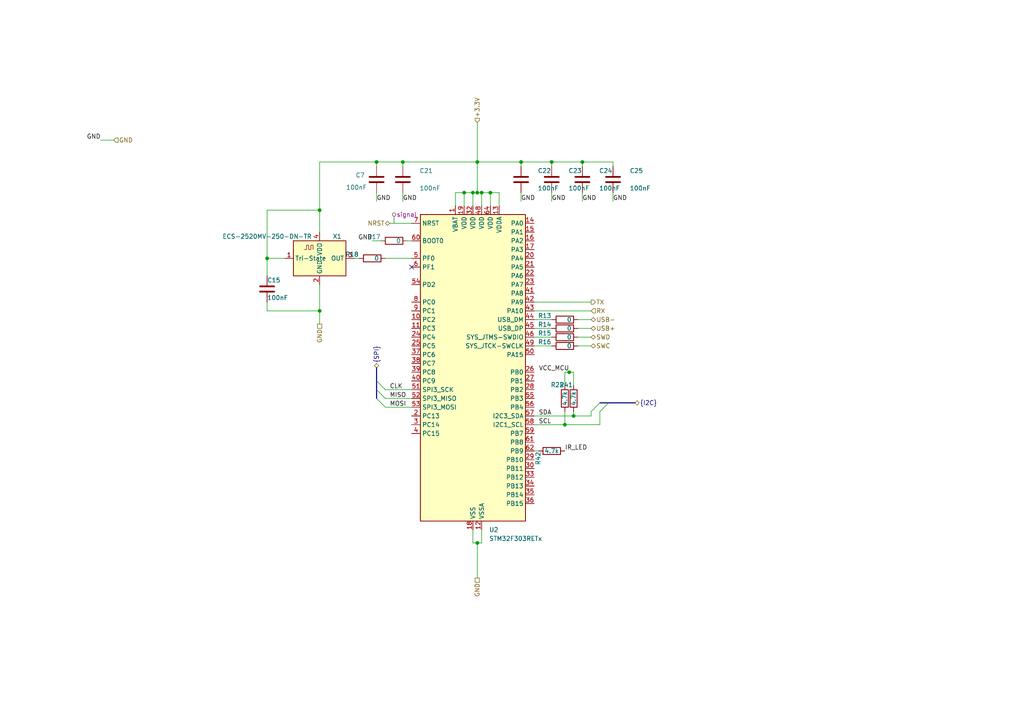
<source format=kicad_sch>
(kicad_sch (version 20250114) (generator "eeschema") (generator_version "9.0")
  (paper "A4")
  (lib_symbols
    (symbol "Device:C" (pin_numbers (hide yes)) (pin_names (offset 0.254))
      (property "Reference" "C" (at 0.635 2.54 0))
      (property "Value" "C" (at 0.635 -2.54 0))
      (symbol "C_0_1"
        (polyline (pts (xy -2.032 0.762) (xy 2.032 0.762)) (stroke (width 0.508)))
        (polyline (pts (xy -2.032 -0.762) (xy 2.032 -0.762)) (stroke (width 0.508)))
      )
      (symbol "C_1_1"
        (pin passive line (at 0 3.81 270) (length 2.794) (name "~") (number "1"))
        (pin passive line (at 0 -3.81 90) (length 2.794) (name "~") (number "2"))
      )
    )
    (symbol "Device:R" (pin_numbers (hide yes)) (pin_names (offset 0))
      (property "Reference" "R" (at 2.032 0 90))
      (property "Value" "R" (at 0 0 90))
      (symbol "R_0_1"
        (rectangle (start -1.016 -2.54) (end 1.016 2.54) (stroke (width 0.254)))
      )
      (symbol "R_1_1"
        (pin passive line (at 0 3.81 270) (length 1.27) (name "~") (number "1"))
        (pin passive line (at 0 -3.81 90) (length 1.27) (name "~") (number "2"))
      )
    )
    (symbol "MCU_ST_STM32F3:STM32F303RETx"
      (property "Reference" "U" (at -15.24 46.99 0))
      (property "Value" "STM32F303RETx" (at 10.16 46.99 0))
      (symbol "STM32F303RETx_0_1"
        (rectangle (start -15.24 -43.18) (end 15.24 45.72) (stroke (width 0.254)) (fill (type background)))
      )
      (symbol "STM32F303RETx_1_1"
        (pin input line (at -17.78 43.18 0) (length 2.54) (name "NRST") (number "7"))
        (pin input line (at -17.78 38.1 0) (length 2.54) (name "BOOT0") (number "60"))
        (pin bidirectional line (at -17.78 33.02 0) (length 2.54) (name "PF0") (number "5"))
        (pin bidirectional line (at -17.78 30.48 0) (length 2.54) (name "PF1") (number "6"))
        (pin bidirectional line (at -17.78 25.4 0) (length 2.54) (name "PD2") (number "54"))
        (pin bidirectional line (at -17.78 20.32 0) (length 2.54) (name "PC0") (number "8"))
        (pin bidirectional line (at -17.78 17.78 0) (length 2.54) (name "PC1") (number "9"))
        (pin bidirectional line (at -17.78 15.24 0) (length 2.54) (name "PC2") (number "10"))
        (pin bidirectional line (at -17.78 12.7 0) (length 2.54) (name "PC3") (number "11"))
        (pin bidirectional line (at -17.78 10.16 0) (length 2.54) (name "PC4") (number "24"))
        (pin bidirectional line (at -17.78 7.62 0) (length 2.54) (name "PC5") (number "25"))
        (pin bidirectional line (at -17.78 5.08 0) (length 2.54) (name "PC6") (number "37"))
        (pin bidirectional line (at -17.78 2.54 0) (length 2.54) (name "PC7") (number "38"))
        (pin bidirectional line (at -17.78 0 0) (length 2.54) (name "PC8") (number "39"))
        (pin bidirectional line (at -17.78 -2.54 0) (length 2.54) (name "PC9") (number "40") (alternate "I2C3_SDA" bidirectional line))
        (pin bidirectional line (at -17.78 -5.08 0) (length 2.54) (name "PC10") (number "51") (alternate "SPI3_SCK" bidirectional line))
        (pin bidirectional line (at -17.78 -7.62 0) (length 2.54) (name "PC11") (number "52") (alternate "SPI3_MISO" bidirectional line))
        (pin bidirectional line (at -17.78 -10.16 0) (length 2.54) (name "PC12") (number "53") (alternate "SPI3_MOSI" bidirectional line))
        (pin bidirectional line (at -17.78 -12.7 0) (length 2.54) (name "PC13") (number "2"))
        (pin bidirectional line (at -17.78 -15.24 0) (length 2.54) (name "PC14") (number "3"))
        (pin bidirectional line (at -17.78 -17.78 0) (length 2.54) (name "PC15") (number "4"))
        (pin power_in line (at -5.08 48.26 270) (length 2.54) (name "VBAT") (number "1"))
        (pin power_in line (at -2.54 48.26 270) (length 2.54) (name "VDD") (number "19"))
        (pin power_in line (at 0 48.26 270) (length 2.54) (name "VDD") (number "32"))
        (pin power_in line (at 0 -45.72 90) (length 2.54) (name "VSS") (number "18"))
        (pin passive line (at 0 -45.72 90) (length 2.54) (hide yes) (name "VSS") (number "31"))
        (pin passive line (at 0 -45.72 90) (length 2.54) (hide yes) (name "VSS") (number "47"))
        (pin passive line (at 0 -45.72 90) (length 2.54) (hide yes) (name "VSS") (number "63"))
        (pin power_in line (at 2.54 48.26 270) (length 2.54) (name "VDD") (number "48"))
        (pin power_in line (at 2.54 -45.72 90) (length 2.54) (name "VSSA") (number "12"))
        (pin power_in line (at 5.08 48.26 270) (length 2.54) (name "VDD") (number "64"))
        (pin power_in line (at 7.62 48.26 270) (length 2.54) (name "VDDA") (number "13"))
        (pin bidirectional line (at 17.78 43.18 180) (length 2.54) (name "PA0") (number "14"))
        (pin bidirectional line (at 17.78 40.64 180) (length 2.54) (name "PA1") (number "15"))
        (pin bidirectional line (at 17.78 38.1 180) (length 2.54) (name "PA2") (number "16"))
        (pin bidirectional line (at 17.78 35.56 180) (length 2.54) (name "PA3") (number "17"))
        (pin bidirectional line (at 17.78 33.02 180) (length 2.54) (name "PA4") (number "20"))
        (pin bidirectional line (at 17.78 30.48 180) (length 2.54) (name "PA5") (number "21"))
        (pin bidirectional line (at 17.78 27.94 180) (length 2.54) (name "PA6") (number "22"))
        (pin bidirectional line (at 17.78 25.4 180) (length 2.54) (name "PA7") (number "23"))
        (pin bidirectional line (at 17.78 22.86 180) (length 2.54) (name "PA8") (number "41"))
        (pin bidirectional line (at 17.78 20.32 180) (length 2.54) (name "PA9") (number "42"))
        (pin bidirectional line (at 17.78 17.78 180) (length 2.54) (name "PA10") (number "43"))
        (pin bidirectional line (at 17.78 15.24 180) (length 2.54) (name "PA11") (number "44") (alternate "USB_DM" bidirectional line))
        (pin bidirectional line (at 17.78 12.7 180) (length 2.54) (name "PA12") (number "45") (alternate "USB_DP" bidirectional line))
        (pin bidirectional line (at 17.78 10.16 180) (length 2.54) (name "PA13") (number "46") (alternate "SYS_JTMS-SWDIO" bidirectional line))
        (pin bidirectional line (at 17.78 7.62 180) (length 2.54) (name "PA14") (number "49") (alternate "SYS_JTCK-SWCLK" bidirectional line))
        (pin bidirectional line (at 17.78 5.08 180) (length 2.54) (name "PA15") (number "50") (alternate "I2C1_SCL" bidirectional line))
        (pin bidirectional line (at 17.78 0 180) (length 2.54) (name "PB0") (number "26"))
        (pin bidirectional line (at 17.78 -2.54 180) (length 2.54) (name "PB1") (number "27"))
        (pin bidirectional line (at 17.78 -5.08 180) (length 2.54) (name "PB2") (number "28"))
        (pin bidirectional line (at 17.78 -7.62 180) (length 2.54) (name "PB3") (number "55") (alternate "SPI3_SCK" bidirectional line))
        (pin bidirectional line (at 17.78 -10.16 180) (length 2.54) (name "PB4") (number "56") (alternate "SPI3_MISO" bidirectional line))
        (pin bidirectional line (at 17.78 -12.7 180) (length 2.54) (name "PB5") (number "57") (alternate "I2C3_SDA" bidirectional line) (alternate "SPI3_MOSI" bidirectional line))
        (pin bidirectional line (at 17.78 -15.24 180) (length 2.54) (name "PB6") (number "58") (alternate "I2C1_SCL" bidirectional line))
        (pin bidirectional line (at 17.78 -17.78 180) (length 2.54) (name "PB7") (number "59"))
        (pin bidirectional line (at 17.78 -20.32 180) (length 2.54) (name "PB8") (number "61") (alternate "I2C1_SCL" bidirectional line))
        (pin bidirectional line (at 17.78 -22.86 180) (length 2.54) (name "PB9") (number "62"))
        (pin bidirectional line (at 17.78 -25.4 180) (length 2.54) (name "PB10") (number "29"))
        (pin bidirectional line (at 17.78 -27.94 180) (length 2.54) (name "PB11") (number "30"))
        (pin bidirectional line (at 17.78 -30.48 180) (length 2.54) (name "PB12") (number "33"))
        (pin bidirectional line (at 17.78 -33.02 180) (length 2.54) (name "PB13") (number "34"))
        (pin bidirectional line (at 17.78 -35.56 180) (length 2.54) (name "PB14") (number "35"))
        (pin bidirectional line (at 17.78 -38.1 180) (length 2.54) (name "PB15") (number "36"))
      )
    )
    (symbol "Oscillator:ECS-2520MV-xxx-xx"
      (property "Reference" "X" (at -5.08 6.35 0))
      (property "Value" "ECS-2520MV-xxx-xx" (at 1.27 -6.35 0))
      (symbol "ECS-2520MV-xxx-xx_0_1"
        (rectangle (start -7.62 5.08) (end 7.62 -5.08) (stroke (width 0.254)) (fill (type background)))
        (polyline (pts (xy -4.445 2.54) (xy -3.81 2.54) (xy -3.81 3.81) (xy -3.175 3.81) (xy -3.175 2.54) (xy -2.54 2.54) (xy -2.54 3.81) (xy -1.905 3.81) (xy -1.905 2.54)))
      )
      (symbol "ECS-2520MV-xxx-xx_1_1"
        (pin input line (at -10.16 0 0) (length 2.54) (name "Tri-State") (number "1"))
        (pin power_in line (at 0 7.62 270) (length 2.54) (name "VDD") (number "4"))
        (pin power_in line (at 0 -7.62 90) (length 2.54) (name "GND") (number "2"))
        (pin output line (at 10.16 0 180) (length 2.54) (name "OUT") (number "3"))
      )
    )
  )
  (junction (at 138.43 157.48))
  (junction (at 151.13 46.99))
  (junction (at 138.43 55.88))
  (junction (at 134.62 55.88))
  (junction (at 168.91 46.99))
  (junction (at 160.02 46.99))
  (junction (at 142.24 55.88))
  (junction (at 92.71 90.17))
  (junction (at 163.83 123.19))
  (junction (at 137.16 55.88))
  (junction (at 109.22 46.99))
  (junction (at 116.84 46.99))
  (junction (at 166.37 120.65))
  (junction (at 165.1 107.95))
  (junction (at 139.7 55.88))
  (junction (at 92.71 60.96))
  (junction (at 77.47 74.93))
  (junction (at 138.43 46.99))
  (no_connect (at 119.38 77.47))
  (bus_entry (at 173.99 119.38) (size 2.54 -2.54))
  (bus_entry (at 109.22 110.49) (size 2.54 2.54))
  (bus_entry (at 109.22 115.57) (size 2.54 2.54))
  (bus_entry (at 171.45 119.38) (size 2.54 -2.54))
  (bus_entry (at 109.22 113.03) (size 2.54 2.54))
  (wire (pts (xy 111.76 118.11) (xy 119.38 118.11)))
  (wire (pts (xy 138.43 55.88) (xy 139.7 55.88)))
  (wire (pts (xy 154.94 123.19) (xy 163.83 123.19)))
  (bus (pts (xy 109.22 110.49) (xy 109.22 113.03)))
  (wire (pts (xy 138.43 46.99) (xy 138.43 55.88)))
  (wire (pts (xy 139.7 55.88) (xy 139.7 59.69)))
  (wire (pts (xy 137.16 59.69) (xy 137.16 55.88)))
  (wire (pts (xy 82.55 74.93) (xy 77.47 74.93)))
  (wire (pts (xy 151.13 48.26) (xy 151.13 46.99)))
  (wire (pts (xy 116.84 46.99) (xy 138.43 46.99)))
  (wire (pts (xy 116.84 46.99) (xy 109.22 46.99)))
  (wire (pts (xy 134.62 59.69) (xy 134.62 55.88)))
  (wire (pts (xy 77.47 90.17) (xy 92.71 90.17)))
  (wire (pts (xy 168.91 55.88) (xy 168.91 58.42)))
  (wire (pts (xy 177.8 48.26) (xy 177.8 46.99)))
  (wire (pts (xy 177.8 55.88) (xy 177.8 58.42)))
  (wire (pts (xy 163.83 119.38) (xy 163.83 123.19)))
  (wire (pts (xy 171.45 120.65) (xy 166.37 120.65)))
  (wire (pts (xy 92.71 60.96) (xy 92.71 67.31)))
  (wire (pts (xy 160.02 48.26) (xy 160.02 46.99)))
  (wire (pts (xy 137.16 55.88) (xy 138.43 55.88)))
  (wire (pts (xy 142.24 55.88) (xy 142.24 59.69)))
  (wire (pts (xy 29.21 40.64) (xy 33.02 40.64)))
  (wire (pts (xy 111.76 115.57) (xy 119.38 115.57)))
  (wire (pts (xy 166.37 107.95) (xy 166.37 111.76)))
  (wire (pts (xy 167.64 97.79) (xy 171.45 97.79)))
  (wire (pts (xy 132.08 55.88) (xy 134.62 55.88)))
  (wire (pts (xy 134.62 55.88) (xy 137.16 55.88)))
  (wire (pts (xy 111.76 113.03) (xy 119.38 113.03)))
  (bus (pts (xy 173.99 116.84) (xy 176.53 116.84)))
  (wire (pts (xy 111.76 74.93) (xy 119.38 74.93)))
  (wire (pts (xy 137.16 157.48) (xy 138.43 157.48)))
  (wire (pts (xy 165.1 107.823) (xy 165.1 107.95)))
  (wire (pts (xy 160.02 46.99) (xy 168.91 46.99)))
  (wire (pts (xy 154.94 90.17) (xy 171.45 90.17)))
  (wire (pts (xy 168.91 46.99) (xy 177.8 46.99)))
  (wire (pts (xy 163.83 111.76) (xy 163.83 107.95)))
  (wire (pts (xy 144.78 55.88) (xy 144.78 59.69)))
  (wire (pts (xy 171.45 119.38) (xy 171.45 120.65)))
  (wire (pts (xy 113.03 64.77) (xy 119.38 64.77)))
  (wire (pts (xy 109.22 55.88) (xy 109.22 58.42)))
  (wire (pts (xy 92.71 60.96) (xy 77.47 60.96)))
  (wire (pts (xy 77.47 74.93) (xy 77.47 80.01)))
  (wire (pts (xy 132.08 59.69) (xy 132.08 55.88)))
  (wire (pts (xy 166.37 119.38) (xy 166.37 120.65)))
  (wire (pts (xy 160.02 92.71) (xy 154.94 92.71)))
  (wire (pts (xy 142.24 55.88) (xy 144.78 55.88)))
  (bus (pts (xy 109.22 113.03) (xy 109.22 115.57)))
  (wire (pts (xy 154.94 87.63) (xy 171.45 87.63)))
  (wire (pts (xy 77.47 87.63) (xy 77.47 90.17)))
  (wire (pts (xy 151.13 46.99) (xy 160.02 46.99)))
  (wire (pts (xy 154.94 97.79) (xy 160.02 97.79)))
  (wire (pts (xy 138.43 46.99) (xy 151.13 46.99)))
  (wire (pts (xy 160.02 95.25) (xy 154.94 95.25)))
  (wire (pts (xy 116.84 48.26) (xy 116.84 46.99)))
  (wire (pts (xy 163.83 107.95) (xy 165.1 107.95)))
  (wire (pts (xy 138.43 157.48) (xy 138.43 167.64)))
  (wire (pts (xy 138.43 35.56) (xy 138.43 46.99)))
  (wire (pts (xy 77.47 60.96) (xy 77.47 74.93)))
  (wire (pts (xy 173.99 123.19) (xy 163.83 123.19)))
  (wire (pts (xy 107.95 69.85) (xy 110.49 69.85)))
  (wire (pts (xy 154.94 120.65) (xy 166.37 120.65)))
  (wire (pts (xy 92.71 90.17) (xy 92.71 93.98)))
  (wire (pts (xy 173.99 119.38) (xy 173.99 123.19)))
  (wire (pts (xy 92.71 46.99) (xy 92.71 60.96)))
  (bus (pts (xy 109.22 106.68) (xy 109.22 110.49)))
  (bus (pts (xy 176.53 116.84) (xy 184.15 116.84)))
  (wire (pts (xy 138.43 157.48) (xy 139.7 157.48)))
  (wire (pts (xy 151.13 55.88) (xy 151.13 58.42)))
  (wire (pts (xy 109.22 46.99) (xy 109.22 48.26)))
  (wire (pts (xy 160.02 55.88) (xy 160.02 58.42)))
  (wire (pts (xy 102.87 74.93) (xy 104.14 74.93)))
  (wire (pts (xy 167.64 92.71) (xy 171.45 92.71)))
  (wire (pts (xy 118.11 69.85) (xy 119.38 69.85)))
  (wire (pts (xy 116.84 55.88) (xy 116.84 58.42)))
  (wire (pts (xy 109.22 46.99) (xy 92.71 46.99)))
  (wire (pts (xy 92.71 82.55) (xy 92.71 90.17)))
  (wire (pts (xy 154.94 100.33) (xy 160.02 100.33)))
  (wire (pts (xy 167.64 100.33) (xy 171.45 100.33)))
  (wire (pts (xy 154.94 130.81) (xy 156.21 130.81)))
  (wire (pts (xy 139.7 55.88) (xy 142.24 55.88)))
  (wire (pts (xy 165.1 107.95) (xy 166.37 107.95)))
  (wire (pts (xy 137.16 153.67) (xy 137.16 157.48)))
  (wire (pts (xy 139.7 153.67) (xy 139.7 157.48)))
  (wire (pts (xy 167.64 95.25) (xy 171.45 95.25)))
  (wire (pts (xy 168.91 48.26) (xy 168.91 46.99)))
  (label "VCC_MCU" (at 165.1 107.823 180))
  (label "GND" (at 109.22 58.42 0))
  (label "MISO" (at 113.03 115.57 0))
  (label "GND" (at 29.21 40.64 180))
  (label "SDA" (at 156.21 120.65 0))
  (label "GND" (at 151.13 58.42 0))
  (label "SCL" (at 156.21 123.19 0))
  (label "CLK" (at 113.03 113.03 0))
  (label "IR_LED" (at 163.83 130.81 0))
  (label "GND" (at 168.91 58.42 0))
  (label "GND" (at 177.8 58.42 0))
  (label "GND" (at 160.02 58.42 0))
  (label "GND" (at 116.84 58.42 0))
  (label "MOSI" (at 113.03 118.11 0))
  (label "GND" (at 107.95 69.85 180))
  (hierarchical_label "{SPI}" (shape bidirectional) (at 109.22 106.68 90))
  (hierarchical_label "USB-" (shape bidirectional) (at 171.45 92.71 0))
  (hierarchical_label "GND" (shape input) (at 33.02 40.64 0))
  (hierarchical_label "USB+" (shape bidirectional) (at 171.45 95.25 0))
  (hierarchical_label "TX" (shape output) (at 171.45 87.63 0))
  (hierarchical_label "+3.3V" (shape input) (at 138.43 35.56 90))
  (hierarchical_label "GND" (shape passive) (at 92.71 93.98 270))
  (hierarchical_label "RX" (shape input) (at 171.45 90.17 0))
  (hierarchical_label "GND" (shape passive) (at 138.43 167.64 270))
  (hierarchical_label "NRST" (shape bidirectional) (at 113.03 64.77 180))
  (hierarchical_label "{I2C}" (shape bidirectional) (at 184.15 116.84 0))
  (hierarchical_label "SWC" (shape bidirectional) (at 171.45 100.33 0))
  (hierarchical_label "SWD" (shape bidirectional) (at 171.45 97.79 0))
  (netclass_flag "" (length 2.54) (shape round) (at 114.3 64.77 0) (property "Netclass" "signal" (at 114.9985 62.23 0) (effects (justify left))))
  (symbol (lib_id "Device:R") (at 163.83 115.57 0) (mirror y) (unit 1)
    (property "Reference" "R22" (at 161.671 111.633 0))
    (property "Value" "4.7k" (at 163.83 115.57 90))
    (property "Footprint" "Resistor_SMD:R_0805_2012Metric_Pad1.20x1.40mm_HandSolder" (effects (hide yes)))
  )
  (symbol (lib_id "Device:C") (at 109.22 52.07 0) (unit 1)
    (property "Reference" "C7" (at 103.124 50.8 0) (effects (justify left)))
    (property "Value" "100nF" (at 100.33 54.356 0) (effects (justify left)))
    (property "Footprint" "Capacitor_SMD:C_0603_1608Metric_Pad1.08x0.95mm_HandSolder" (effects (hide yes)))
    (property "Description" "Unpolarized capacitor" (effects (hide yes)))
  )
  (symbol (lib_id "Device:R") (at 166.37 115.57 0) (mirror y) (unit 1)
    (property "Reference" "R41" (at 164.211 111.633 0))
    (property "Value" "4.7k" (at 166.37 115.57 90))
    (property "Footprint" "Resistor_SMD:R_0805_2012Metric_Pad1.20x1.40mm_HandSolder" (effects (hide yes)))
  )
  (symbol (lib_id "Device:C") (at 177.8 52.07 0) (unit 1)
    (property "Reference" "C25" (at 182.626 49.53 0) (effects (justify left)))
    (property "Value" "100nF" (at 182.626 54.61 0) (effects (justify left)))
    (property "Footprint" "Capacitor_SMD:C_0603_1608Metric_Pad1.08x0.95mm_HandSolder" (effects (hide yes)))
    (property "Description" "Unpolarized capacitor" (effects (hide yes)))
  )
  (symbol (lib_id "Device:C") (at 151.13 52.07 0) (unit 1)
    (property "Reference" "C22" (at 155.956 49.53 0) (effects (justify left)))
    (property "Value" "100nF" (at 155.956 54.61 0) (effects (justify left)))
    (property "Footprint" "Capacitor_SMD:C_0603_1608Metric_Pad1.08x0.95mm_HandSolder" (effects (hide yes)))
    (property "Description" "Unpolarized capacitor" (effects (hide yes)))
  )
  (symbol (lib_id "Device:C") (at 168.91 52.07 0) (unit 1)
    (property "Reference" "C24" (at 173.736 49.53 0) (effects (justify left)))
    (property "Value" "100nF" (at 173.736 54.61 0) (effects (justify left)))
    (property "Footprint" "Capacitor_SMD:C_0603_1608Metric_Pad1.08x0.95mm_HandSolder" (effects (hide yes)))
    (property "Description" "Unpolarized capacitor" (effects (hide yes)))
  )
  (symbol (lib_id "Device:R") (at 114.3 69.85 90) (unit 1)
    (property "Reference" "R17" (at 108.458 68.707 90))
    (property "Value" "0" (at 115.57 69.85 90))
    (property "Footprint" "Resistor_SMD:R_0805_2012Metric_Pad1.20x1.40mm_HandSolder" (effects (hide yes)))
  )
  (symbol (lib_id "MCU_ST_STM32F3:STM32F303RETx") (at 137.16 107.95 0) (unit 1)
    (property "Reference" "U2" (at 141.8433 153.67 0) (effects (justify left)))
    (property "Value" "STM32F303RETx" (at 141.8433 156.21 0) (effects (justify left)))
    (property "Footprint" "Package_QFP:LQFP-64_10x10mm_P0.5mm" (effects (hide yes)))
    (property "Datasheet" "https://www.st.com/resource/en/datasheet/stm32f303re.pdf" (effects (hide yes)))
    (pin "44" (alternate "USB_DM"))
    (pin "45" (alternate "USB_DP"))
    (pin "46" (alternate "SYS_JTMS-SWDIO"))
    (pin "49" (alternate "SYS_JTCK-SWCLK"))
    (pin "51" (alternate "SPI3_SCK"))
    (pin "52" (alternate "SPI3_MISO"))
    (pin "53" (alternate "SPI3_MOSI"))
    (pin "57" (alternate "I2C3_SDA"))
    (pin "58" (alternate "I2C1_SCL"))
  )
  (symbol (lib_id "Device:R") (at 163.83 95.25 90) (unit 1)
    (property "Reference" "R14" (at 157.988 94.107 90))
    (property "Value" "0" (at 165.1 95.25 90))
    (property "Footprint" "Resistor_SMD:R_0805_2012Metric_Pad1.20x1.40mm_HandSolder" (effects (hide yes)))
  )
  (symbol (lib_id "Device:C") (at 116.84 52.07 0) (unit 1)
    (property "Reference" "C21" (at 121.666 49.53 0) (effects (justify left)))
    (property "Value" "100nF" (at 121.666 54.61 0) (effects (justify left)))
    (property "Footprint" "Capacitor_SMD:C_0603_1608Metric_Pad1.08x0.95mm_HandSolder" (effects (hide yes)))
    (property "Description" "Unpolarized capacitor" (effects (hide yes)))
  )
  (symbol (lib_id "Device:R") (at 163.83 97.79 90) (unit 1)
    (property "Reference" "R15" (at 157.988 96.647 90))
    (property "Value" "0" (at 165.1 97.79 90))
    (property "Footprint" "Resistor_SMD:R_0805_2012Metric_Pad1.20x1.40mm_HandSolder" (effects (hide yes)))
  )
  (symbol (lib_id "Device:R") (at 163.83 92.71 90) (unit 1)
    (property "Reference" "R13" (at 157.988 91.567 90))
    (property "Value" "0" (at 165.1 92.71 90))
    (property "Footprint" "Resistor_SMD:R_0805_2012Metric_Pad1.20x1.40mm_HandSolder" (effects (hide yes)))
  )
  (symbol (lib_id "Device:R") (at 163.83 100.33 90) (unit 1)
    (property "Reference" "R16" (at 157.988 99.187 90))
    (property "Value" "0" (at 165.1 100.33 90))
    (property "Footprint" "Resistor_SMD:R_0805_2012Metric_Pad1.20x1.40mm_HandSolder" (effects (hide yes)))
  )
  (symbol (lib_id "Device:R") (at 107.95 74.93 90) (unit 1)
    (property "Reference" "R18" (at 102.108 73.787 90))
    (property "Value" "0" (at 109.22 74.93 90))
    (property "Footprint" "Resistor_SMD:R_0805_2012Metric_Pad1.20x1.40mm_HandSolder" (effects (hide yes)))
  )
  (symbol (lib_id "Device:R") (at 160.02 130.81 90) (mirror x) (unit 1)
    (property "Reference" "R42" (at 156.083 132.969 0))
    (property "Value" "4.7k" (at 160.02 130.81 90))
    (property "Footprint" "Resistor_SMD:R_0805_2012Metric_Pad1.20x1.40mm_HandSolder" (effects (hide yes)))
  )
  (symbol (lib_id "Device:C") (at 160.02 52.07 0) (unit 1)
    (property "Reference" "C23" (at 164.846 49.53 0) (effects (justify left)))
    (property "Value" "100nF" (at 164.846 54.61 0) (effects (justify left)))
    (property "Footprint" "Capacitor_SMD:C_0603_1608Metric_Pad1.08x0.95mm_HandSolder" (effects (hide yes)))
    (property "Description" "Unpolarized capacitor" (effects (hide yes)))
  )
  (symbol (lib_id "Oscillator:ECS-2520MV-xxx-xx") (at 92.71 74.93 0) (unit 1)
    (property "Reference" "X1" (at 97.79 68.58 0))
    (property "Value" "ECS-2520MV-250-DN-TR" (at 77.47 68.58 0))
    (property "Footprint" "Oscillator:Oscillator_SMD_ECS_2520MV-xxx-xx-4Pin_2.5x2.0mm" (effects (hide yes)))
    (property "Datasheet" "https://www.ecsxtal.com/store/pdf/ECS-2520MV.pdf" (effects (hide yes)))
  )
  (symbol (lib_id "Device:C") (at 77.47 83.82 0) (unit 1)
    (property "Reference" "C15" (at 77.47 81.28 0) (effects (justify left)))
    (property "Value" "100nF" (at 77.47 86.36 0) (effects (justify left)))
    (property "Footprint" "Capacitor_SMD:C_0603_1608Metric_Pad1.08x0.95mm_HandSolder" (effects (hide yes)))
  )
)
</source>
